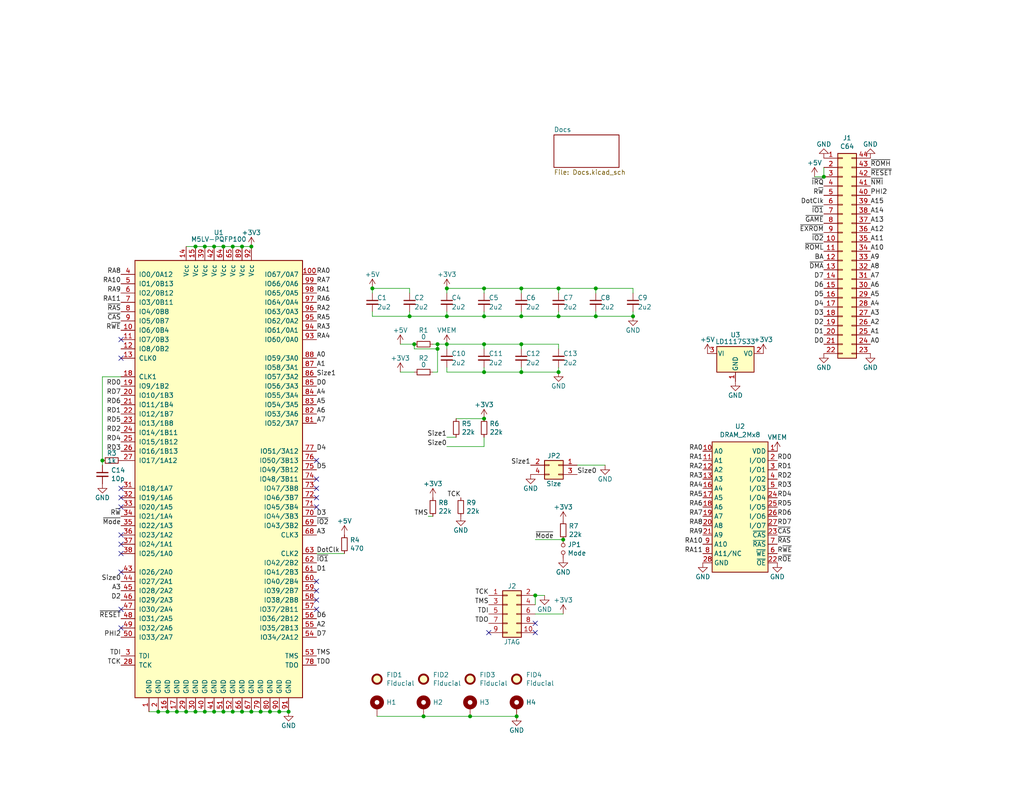
<source format=kicad_sch>
(kicad_sch (version 20211123) (generator eeschema)
  (paper "USLetter")
  (title_block (title "GW4301A") (date "2021-05-02") (rev "1.2") (company "Garrett's Workshop"))
  (lib_symbols
    (symbol "Connector_Generic:Conn_02x02_Odd_Even" (pin_names (offset 1.016) hide)
      (property "Reference" "J" (at 1.27 2.54 0))
      (property "Value" "Conn_02x02_Odd_Even" (at 1.27 -5.08 0))
      (symbol "Conn_02x02_Odd_Even_1_1"
        (rectangle (start -1.27 -2.413) (end 0 -2.667) (stroke (width 0.1524)))
        (rectangle (start -1.27 0.127) (end 0 -0.127) (stroke (width 0.1524)))
        (rectangle (start -1.27 1.27) (end 3.81 -3.81) (stroke (width 0.254)) (fill (type background)))
        (rectangle (start 3.81 -2.413) (end 2.54 -2.667) (stroke (width 0.1524)))
        (rectangle (start 3.81 0.127) (end 2.54 -0.127) (stroke (width 0.1524)))
        (pin passive line (at -5.08 0 0) (length 3.81) (name "Pin_1") (number "1"))
        (pin passive line (at 7.62 0 180) (length 3.81) (name "Pin_2") (number "2"))
        (pin passive line (at -5.08 -2.54 0) (length 3.81) (name "Pin_3") (number "3"))
        (pin passive line (at 7.62 -2.54 180) (length 3.81) (name "Pin_4") (number "4"))
      )
    )
    (symbol "Connector_Generic:Conn_02x05_Odd_Even" (pin_names (offset 1.016) hide)
      (property "Reference" "J" (at 1.27 7.62 0))
      (property "Value" "Conn_02x05_Odd_Even" (at 1.27 -7.62 0))
      (symbol "Conn_02x05_Odd_Even_1_1"
        (rectangle (start -1.27 -4.953) (end 0 -5.207) (stroke (width 0.1524)))
        (rectangle (start -1.27 -2.413) (end 0 -2.667) (stroke (width 0.1524)))
        (rectangle (start -1.27 0.127) (end 0 -0.127) (stroke (width 0.1524)))
        (rectangle (start -1.27 2.667) (end 0 2.413) (stroke (width 0.1524)))
        (rectangle (start -1.27 5.207) (end 0 4.953) (stroke (width 0.1524)))
        (rectangle (start -1.27 6.35) (end 3.81 -6.35) (stroke (width 0.254)) (fill (type background)))
        (rectangle (start 3.81 -4.953) (end 2.54 -5.207) (stroke (width 0.1524)))
        (rectangle (start 3.81 -2.413) (end 2.54 -2.667) (stroke (width 0.1524)))
        (rectangle (start 3.81 0.127) (end 2.54 -0.127) (stroke (width 0.1524)))
        (rectangle (start 3.81 2.667) (end 2.54 2.413) (stroke (width 0.1524)))
        (rectangle (start 3.81 5.207) (end 2.54 4.953) (stroke (width 0.1524)))
        (pin passive line (at -5.08 5.08 0) (length 3.81) (name "Pin_1") (number "1"))
        (pin passive line (at 7.62 -5.08 180) (length 3.81) (name "Pin_10") (number "10"))
        (pin passive line (at 7.62 5.08 180) (length 3.81) (name "Pin_2") (number "2"))
        (pin passive line (at -5.08 2.54 0) (length 3.81) (name "Pin_3") (number "3"))
        (pin passive line (at 7.62 2.54 180) (length 3.81) (name "Pin_4") (number "4"))
        (pin passive line (at -5.08 0 0) (length 3.81) (name "Pin_5") (number "5"))
        (pin passive line (at 7.62 0 180) (length 3.81) (name "Pin_6") (number "6"))
        (pin passive line (at -5.08 -2.54 0) (length 3.81) (name "Pin_7") (number "7"))
        (pin passive line (at 7.62 -2.54 180) (length 3.81) (name "Pin_8") (number "8"))
        (pin passive line (at -5.08 -5.08 0) (length 3.81) (name "Pin_9") (number "9"))
      )
    )
    (symbol "Connector_Generic:Conn_02x22_Counter_Clockwise" (pin_names (offset 1.016) hide)
      (property "Reference" "J" (at 1.27 27.94 0))
      (property "Value" "Conn_02x22_Counter_Clockwise" (at 1.27 -30.48 0))
      (symbol "Conn_02x22_Counter_Clockwise_1_1"
        (rectangle (start -1.27 -27.813) (end 0 -28.067) (stroke (width 0.1524)))
        (rectangle (start -1.27 -25.273) (end 0 -25.527) (stroke (width 0.1524)))
        (rectangle (start -1.27 -22.733) (end 0 -22.987) (stroke (width 0.1524)))
        (rectangle (start -1.27 -20.193) (end 0 -20.447) (stroke (width 0.1524)))
        (rectangle (start -1.27 -17.653) (end 0 -17.907) (stroke (width 0.1524)))
        (rectangle (start -1.27 -15.113) (end 0 -15.367) (stroke (width 0.1524)))
        (rectangle (start -1.27 -12.573) (end 0 -12.827) (stroke (width 0.1524)))
        (rectangle (start -1.27 -10.033) (end 0 -10.287) (stroke (width 0.1524)))
        (rectangle (start -1.27 -7.493) (end 0 -7.747) (stroke (width 0.1524)))
        (rectangle (start -1.27 -4.953) (end 0 -5.207) (stroke (width 0.1524)))
        (rectangle (start -1.27 -2.413) (end 0 -2.667) (stroke (width 0.1524)))
        (rectangle (start -1.27 0.127) (end 0 -0.127) (stroke (width 0.1524)))
        (rectangle (start -1.27 2.667) (end 0 2.413) (stroke (width 0.1524)))
        (rectangle (start -1.27 5.207) (end 0 4.953) (stroke (width 0.1524)))
        (rectangle (start -1.27 7.747) (end 0 7.493) (stroke (width 0.1524)))
        (rectangle (start -1.27 10.287) (end 0 10.033) (stroke (width 0.1524)))
        (rectangle (start -1.27 12.827) (end 0 12.573) (stroke (width 0.1524)))
        (rectangle (start -1.27 15.367) (end 0 15.113) (stroke (width 0.1524)))
        (rectangle (start -1.27 17.907) (end 0 17.653) (stroke (width 0.1524)))
        (rectangle (start -1.27 20.447) (end 0 20.193) (stroke (width 0.1524)))
        (rectangle (start -1.27 22.987) (end 0 22.733) (stroke (width 0.1524)))
        (rectangle (start -1.27 25.527) (end 0 25.273) (stroke (width 0.1524)))
        (rectangle (start -1.27 26.67) (end 3.81 -29.21) (stroke (width 0.254)) (fill (type background)))
        (rectangle (start 3.81 -27.813) (end 2.54 -28.067) (stroke (width 0.1524)))
        (rectangle (start 3.81 -25.273) (end 2.54 -25.527) (stroke (width 0.1524)))
        (rectangle (start 3.81 -22.733) (end 2.54 -22.987) (stroke (width 0.1524)))
        (rectangle (start 3.81 -20.193) (end 2.54 -20.447) (stroke (width 0.1524)))
        (rectangle (start 3.81 -17.653) (end 2.54 -17.907) (stroke (width 0.1524)))
        (rectangle (start 3.81 -15.113) (end 2.54 -15.367) (stroke (width 0.1524)))
        (rectangle (start 3.81 -12.573) (end 2.54 -12.827) (stroke (width 0.1524)))
        (rectangle (start 3.81 -10.033) (end 2.54 -10.287) (stroke (width 0.1524)))
        (rectangle (start 3.81 -7.493) (end 2.54 -7.747) (stroke (width 0.1524)))
        (rectangle (start 3.81 -4.953) (end 2.54 -5.207) (stroke (width 0.1524)))
        (rectangle (start 3.81 -2.413) (end 2.54 -2.667) (stroke (width 0.1524)))
        (rectangle (start 3.81 0.127) (end 2.54 -0.127) (stroke (width 0.1524)))
        (rectangle (start 3.81 2.667) (end 2.54 2.413) (stroke (width 0.1524)))
        (rectangle (start 3.81 5.207) (end 2.54 4.953) (stroke (width 0.1524)))
        (rectangle (start 3.81 7.747) (end 2.54 7.493) (stroke (width 0.1524)))
        (rectangle (start 3.81 10.287) (end 2.54 10.033) (stroke (width 0.1524)))
        (rectangle (start 3.81 12.827) (end 2.54 12.573) (stroke (width 0.1524)))
        (rectangle (start 3.81 15.367) (end 2.54 15.113) (stroke (width 0.1524)))
        (rectangle (start 3.81 17.907) (end 2.54 17.653) (stroke (width 0.1524)))
        (rectangle (start 3.81 20.447) (end 2.54 20.193) (stroke (width 0.1524)))
        (rectangle (start 3.81 22.987) (end 2.54 22.733) (stroke (width 0.1524)))
        (rectangle (start 3.81 25.527) (end 2.54 25.273) (stroke (width 0.1524)))
        (pin passive line (at -5.08 25.4 0) (length 3.81) (name "Pin_1") (number "1"))
        (pin passive line (at -5.08 2.54 0) (length 3.81) (name "Pin_10") (number "10"))
        (pin passive line (at -5.08 0 0) (length 3.81) (name "Pin_11") (number "11"))
        (pin passive line (at -5.08 -2.54 0) (length 3.81) (name "Pin_12") (number "12"))
        (pin passive line (at -5.08 -5.08 0) (length 3.81) (name "Pin_13") (number "13"))
        (pin passive line (at -5.08 -7.62 0) (length 3.81) (name "Pin_14") (number "14"))
        (pin passive line (at -5.08 -10.16 0) (length 3.81) (name "Pin_15") (number "15"))
        (pin passive line (at -5.08 -12.7 0) (length 3.81) (name "Pin_16") (number "16"))
        (pin passive line (at -5.08 -15.24 0) (length 3.81) (name "Pin_17") (number "17"))
        (pin passive line (at -5.08 -17.78 0) (length 3.81) (name "Pin_18") (number "18"))
        (pin passive line (at -5.08 -20.32 0) (length 3.81) (name "Pin_19") (number "19"))
        (pin passive line (at -5.08 22.86 0) (length 3.81) (name "Pin_2") (number "2"))
        (pin passive line (at -5.08 -22.86 0) (length 3.81) (name "Pin_20") (number "20"))
        (pin passive line (at -5.08 -25.4 0) (length 3.81) (name "Pin_21") (number "21"))
        (pin passive line (at -5.08 -27.94 0) (length 3.81) (name "Pin_22") (number "22"))
        (pin passive line (at 7.62 -27.94 180) (length 3.81) (name "Pin_23") (number "23"))
        (pin passive line (at 7.62 -25.4 180) (length 3.81) (name "Pin_24") (number "24"))
        (pin passive line (at 7.62 -22.86 180) (length 3.81) (name "Pin_25") (number "25"))
        (pin passive line (at 7.62 -20.32 180) (length 3.81) (name "Pin_26") (number "26"))
        (pin passive line (at 7.62 -17.78 180) (length 3.81) (name "Pin_27") (number "27"))
        (pin passive line (at 7.62 -15.24 180) (length 3.81) (name "Pin_28") (number "28"))
        (pin passive line (at 7.62 -12.7 180) (length 3.81) (name "Pin_29") (number "29"))
        (pin passive line (at -5.08 20.32 0) (length 3.81) (name "Pin_3") (number "3"))
        (pin passive line (at 7.62 -10.16 180) (length 3.81) (name "Pin_30") (number "30"))
        (pin passive line (at 7.62 -7.62 180) (length 3.81) (name "Pin_31") (number "31"))
        (pin passive line (at 7.62 -5.08 180) (length 3.81) (name "Pin_32") (number "32"))
        (pin passive line (at 7.62 -2.54 180) (length 3.81) (name "Pin_33") (number "33"))
        (pin passive line (at 7.62 0 180) (length 3.81) (name "Pin_34") (number "34"))
        (pin passive line (at 7.62 2.54 180) (length 3.81) (name "Pin_35") (number "35"))
        (pin passive line (at 7.62 5.08 180) (length 3.81) (name "Pin_36") (number "36"))
        (pin passive line (at 7.62 7.62 180) (length 3.81) (name "Pin_37") (number "37"))
        (pin passive line (at 7.62 10.16 180) (length 3.81) (name "Pin_38") (number "38"))
        (pin passive line (at 7.62 12.7 180) (length 3.81) (name "Pin_39") (number "39"))
        (pin passive line (at -5.08 17.78 0) (length 3.81) (name "Pin_4") (number "4"))
        (pin passive line (at 7.62 15.24 180) (length 3.81) (name "Pin_40") (number "40"))
        (pin passive line (at 7.62 17.78 180) (length 3.81) (name "Pin_41") (number "41"))
        (pin passive line (at 7.62 20.32 180) (length 3.81) (name "Pin_42") (number "42"))
        (pin passive line (at 7.62 22.86 180) (length 3.81) (name "Pin_43") (number "43"))
        (pin passive line (at 7.62 25.4 180) (length 3.81) (name "Pin_44") (number "44"))
        (pin passive line (at -5.08 15.24 0) (length 3.81) (name "Pin_5") (number "5"))
        (pin passive line (at -5.08 12.7 0) (length 3.81) (name "Pin_6") (number "6"))
        (pin passive line (at -5.08 10.16 0) (length 3.81) (name "Pin_7") (number "7"))
        (pin passive line (at -5.08 7.62 0) (length 3.81) (name "Pin_8") (number "8"))
        (pin passive line (at -5.08 5.08 0) (length 3.81) (name "Pin_9") (number "9"))
      )
    )
    (symbol "Device:C_Small" (pin_numbers hide) (pin_names (offset 0.254) hide)
      (property "Reference" "C" (at 0.254 1.778 0))
      (property "Value" "C_Small" (at 0.254 -2.032 0))
      (symbol "C_Small_0_1"
        (polyline (pts (xy -1.524 -0.508) (xy 1.524 -0.508)) (stroke (width 0.3302)))
        (polyline (pts (xy -1.524 0.508) (xy 1.524 0.508)) (stroke (width 0.3048)))
      )
      (symbol "C_Small_1_1"
        (pin passive line (at 0 2.54 270) (length 2.032) (name "~") (number "1"))
        (pin passive line (at 0 -2.54 90) (length 2.032) (name "~") (number "2"))
      )
    )
    (symbol "Device:Jumper_NO_Small" (pin_numbers hide) (pin_names (offset 0.762) hide)
      (property "Reference" "JP" (at 0 2.032 0))
      (property "Value" "Device_Jumper_NO_Small" (at 0.254 -1.524 0))
      (symbol "Jumper_NO_Small_0_1"
        (circle (center -1.016 0) (radius 0.508))
        (circle (center 1.016 0) (radius 0.508))
        (pin passive line (at -2.54 0 0) (length 1.016) (name "1") (number "1"))
        (pin passive line (at 2.54 0 180) (length 1.016) (name "2") (number "2"))
      )
    )
    (symbol "Device:R_Small" (pin_numbers hide) (pin_names (offset 0.254) hide)
      (property "Reference" "R" (at 0.762 0.508 0))
      (property "Value" "R_Small" (at 0.762 -1.016 0))
      (symbol "R_Small_0_1"
        (rectangle (start -0.762 1.778) (end 0.762 -1.778) (stroke (width 0.2032)))
      )
      (symbol "R_Small_1_1"
        (pin passive line (at 0 2.54 270) (length 0.762) (name "~") (number "1"))
        (pin passive line (at 0 -2.54 90) (length 0.762) (name "~") (number "2"))
      )
    )
    (symbol "GW_PLD:M5LV-PQFP-100" (pin_names (offset 1.016))
      (property "Reference" "U" (at 1.27 53.34 0))
      (property "Value" "M5LV-PQFP-100" (at 1.27 50.8 0))
      (symbol "M5LV-PQFP-100_0_1"
        (rectangle (start 22.86 -59.69) (end -22.86 59.69) (stroke (width 0.254)) (fill (type background)))
      )
      (symbol "M5LV-PQFP-100_1_1"
        (pin power_in line (at -19.05 -63.5 90) (length 3.81) (name "GND") (number "1"))
        (pin bidirectional line (at -26.67 40.64 0) (length 3.81) (name "IO6/0B4") (number "10"))
        (pin bidirectional line (at 26.67 55.88 180) (length 3.81) (name "IO67/0A7") (number "100"))
        (pin bidirectional line (at -26.67 38.1 0) (length 3.81) (name "IO7/0B3") (number "11"))
        (pin bidirectional line (at -26.67 35.56 0) (length 3.81) (name "IO8/0B2") (number "12"))
        (pin input line (at -26.67 33.02 0) (length 3.81) (name "CLK0") (number "13"))
        (pin power_in line (at -8.89 63.5 270) (length 3.81) (name "Vcc") (number "14"))
        (pin power_in line (at -6.35 63.5 270) (length 3.81) (name "Vcc") (number "15"))
        (pin power_in line (at -13.97 -63.5 90) (length 3.81) (name "GND") (number "16"))
        (pin power_in line (at -11.43 -63.5 90) (length 3.81) (name "GND") (number "17"))
        (pin input line (at -26.67 27.94 0) (length 3.81) (name "CLK1") (number "18"))
        (pin bidirectional line (at -26.67 25.4 0) (length 3.81) (name "IO9/1B2") (number "19"))
        (pin power_in line (at -16.51 -63.5 90) (length 3.81) (name "GND") (number "2"))
        (pin bidirectional line (at -26.67 22.86 0) (length 3.81) (name "IO10/1B3") (number "20"))
        (pin bidirectional line (at -26.67 20.32 0) (length 3.81) (name "IO11/1B4") (number "21"))
        (pin bidirectional line (at -26.67 17.78 0) (length 3.81) (name "IO12/1B7") (number "22"))
        (pin bidirectional line (at -26.67 15.24 0) (length 3.81) (name "IO13/1B8") (number "23"))
        (pin bidirectional line (at -26.67 12.7 0) (length 3.81) (name "IO14/1B11") (number "24"))
        (pin bidirectional line (at -26.67 10.16 0) (length 3.81) (name "IO15/1B12") (number "25"))
        (pin bidirectional line (at -26.67 7.62 0) (length 3.81) (name "IO16/1B13") (number "26"))
        (pin bidirectional line (at -26.67 5.08 0) (length 3.81) (name "IO17/1A12") (number "27"))
        (pin input line (at -26.67 -50.8 0) (length 3.81) (name "TCK") (number "28"))
        (pin power_in line (at -8.89 -63.5 90) (length 3.81) (name "GND") (number "29"))
        (pin input line (at -26.67 -48.26 0) (length 3.81) (name "TDI") (number "3"))
        (pin power_in line (at -6.35 -63.5 90) (length 3.81) (name "GND") (number "30"))
        (pin bidirectional line (at -26.67 -2.54 0) (length 3.81) (name "IO18/1A7") (number "31"))
        (pin bidirectional line (at -26.67 -5.08 0) (length 3.81) (name "IO19/1A6") (number "32"))
        (pin bidirectional line (at -26.67 -7.62 0) (length 3.81) (name "IO20/1A5") (number "33"))
        (pin bidirectional line (at -26.67 -10.16 0) (length 3.81) (name "IO21/1A4") (number "34"))
        (pin bidirectional line (at -26.67 -12.7 0) (length 3.81) (name "IO22/1A3") (number "35"))
        (pin bidirectional line (at -26.67 -15.24 0) (length 3.81) (name "IO23/1A2") (number "36"))
        (pin bidirectional line (at -26.67 -17.78 0) (length 3.81) (name "IO24/1A1") (number "37"))
        (pin bidirectional line (at -26.67 -20.32 0) (length 3.81) (name "IO25/1A0") (number "38"))
        (pin power_in line (at -3.81 63.5 270) (length 3.81) (name "Vcc") (number "39"))
        (pin bidirectional line (at -26.67 55.88 0) (length 3.81) (name "IO0/0A12") (number "4"))
        (pin power_in line (at -3.81 -63.5 90) (length 3.81) (name "GND") (number "40"))
        (pin power_in line (at -1.27 -63.5 90) (length 3.81) (name "GND") (number "41"))
        (pin power_in line (at -1.27 63.5 270) (length 3.81) (name "Vcc") (number "42"))
        (pin bidirectional line (at -26.67 -25.4 0) (length 3.81) (name "IO26/2A0") (number "43"))
        (pin bidirectional line (at -26.67 -27.94 0) (length 3.81) (name "IO27/2A1") (number "44"))
        (pin bidirectional line (at -26.67 -30.48 0) (length 3.81) (name "IO28/2A2") (number "45"))
        (pin bidirectional line (at -26.67 -33.02 0) (length 3.81) (name "IO29/2A3") (number "46"))
        (pin bidirectional line (at -26.67 -35.56 0) (length 3.81) (name "IO30/2A4") (number "47"))
        (pin bidirectional line (at -26.67 -38.1 0) (length 3.81) (name "IO31/2A5") (number "48"))
        (pin bidirectional line (at -26.67 -40.64 0) (length 3.81) (name "IO32/2A6") (number "49"))
        (pin bidirectional line (at -26.67 53.34 0) (length 3.81) (name "IO1/0B13") (number "5"))
        (pin bidirectional line (at -26.67 -43.18 0) (length 3.81) (name "IO33/2A7") (number "50"))
        (pin power_in line (at 1.27 -63.5 90) (length 3.81) (name "GND") (number "51"))
        (pin power_in line (at 3.81 -63.5 90) (length 3.81) (name "GND") (number "52"))
        (pin input line (at 26.67 -48.26 180) (length 3.81) (name "TMS") (number "53"))
        (pin bidirectional line (at 26.67 -43.18 180) (length 3.81) (name "IO34/2A12") (number "54"))
        (pin bidirectional line (at 26.67 -40.64 180) (length 3.81) (name "IO35/2B13") (number "55"))
        (pin bidirectional line (at 26.67 -38.1 180) (length 3.81) (name "IO36/2B12") (number "56"))
        (pin bidirectional line (at 26.67 -35.56 180) (length 3.81) (name "IO37/2B11") (number "57"))
        (pin bidirectional line (at 26.67 -33.02 180) (length 3.81) (name "IO38/2B8") (number "58"))
        (pin bidirectional line (at 26.67 -30.48 180) (length 3.81) (name "IO39/2B7") (number "59"))
        (pin bidirectional line (at -26.67 50.8 0) (length 3.81) (name "IO2/0B12") (number "6"))
        (pin bidirectional line (at 26.67 -27.94 180) (length 3.81) (name "IO40/2B4") (number "60"))
        (pin bidirectional line (at 26.67 -25.4 180) (length 3.81) (name "IO41/2B3") (number "61"))
        (pin bidirectional line (at 26.67 -22.86 180) (length 3.81) (name "IO42/2B2") (number "62"))
        (pin input line (at 26.67 -20.32 180) (length 3.81) (name "CLK2") (number "63"))
        (pin power_in line (at 1.27 63.5 270) (length 3.81) (name "Vcc") (number "64"))
        (pin power_in line (at 3.81 63.5 270) (length 3.81) (name "Vcc") (number "65"))
        (pin power_in line (at 6.35 -63.5 90) (length 3.81) (name "GND") (number "66"))
        (pin power_in line (at 8.89 -63.5 90) (length 3.81) (name "GND") (number "67"))
        (pin input line (at 26.67 -15.24 180) (length 3.81) (name "CLK3") (number "68"))
        (pin bidirectional line (at 26.67 -12.7 180) (length 3.81) (name "IO43/3B2") (number "69"))
        (pin bidirectional line (at -26.67 48.26 0) (length 3.81) (name "IO3/0B11") (number "7"))
        (pin bidirectional line (at 26.67 -10.16 180) (length 3.81) (name "IO44/3B3") (number "70"))
        (pin bidirectional line (at 26.67 -7.62 180) (length 3.81) (name "IO45/3B4") (number "71"))
        (pin bidirectional line (at 26.67 -5.08 180) (length 3.81) (name "IO46/3B7") (number "72"))
        (pin bidirectional line (at 26.67 -2.54 180) (length 3.81) (name "IO47/3B8") (number "73"))
        (pin bidirectional line (at 26.67 0 180) (length 3.81) (name "IO48/3B11") (number "74"))
        (pin bidirectional line (at 26.67 2.54 180) (length 3.81) (name "IO49/3B12") (number "75"))
        (pin bidirectional line (at 26.67 5.08 180) (length 3.81) (name "IO50/3B13") (number "76"))
        (pin bidirectional line (at 26.67 7.62 180) (length 3.81) (name "IO51/3A12") (number "77"))
        (pin input line (at 26.67 -50.8 180) (length 3.81) (name "TDO") (number "78"))
        (pin power_in line (at 11.43 -63.5 90) (length 3.81) (name "GND") (number "79"))
        (pin bidirectional line (at -26.67 45.72 0) (length 3.81) (name "IO4/0B8") (number "8"))
        (pin power_in line (at 13.97 -63.5 90) (length 3.81) (name "GND") (number "80"))
        (pin bidirectional line (at 26.67 15.24 180) (length 3.81) (name "IO52/3A7") (number "81"))
        (pin bidirectional line (at 26.67 17.78 180) (length 3.81) (name "IO53/3A6") (number "82"))
        (pin bidirectional line (at 26.67 20.32 180) (length 3.81) (name "IO54/3A5") (number "83"))
        (pin bidirectional line (at 26.67 22.86 180) (length 3.81) (name "IO55/3A4") (number "84"))
        (pin bidirectional line (at 26.67 25.4 180) (length 3.81) (name "IO56/3A3") (number "85"))
        (pin bidirectional line (at 26.67 27.94 180) (length 3.81) (name "IO57/3A2") (number "86"))
        (pin bidirectional line (at 26.67 30.48 180) (length 3.81) (name "IO58/3A1") (number "87"))
        (pin bidirectional line (at 26.67 33.02 180) (length 3.81) (name "IO59/3A0") (number "88"))
        (pin power_in line (at 6.35 63.5 270) (length 3.81) (name "Vcc") (number "89"))
        (pin bidirectional line (at -26.67 43.18 0) (length 3.81) (name "IO5/0B7") (number "9"))
        (pin power_in line (at 16.51 -63.5 90) (length 3.81) (name "GND") (number "90"))
        (pin power_in line (at 19.05 -63.5 90) (length 3.81) (name "GND") (number "91"))
        (pin power_in line (at 8.89 63.5 270) (length 3.81) (name "Vcc") (number "92"))
        (pin bidirectional line (at 26.67 38.1 180) (length 3.81) (name "IO60/0A0") (number "93"))
        (pin bidirectional line (at 26.67 40.64 180) (length 3.81) (name "IO61/0A1") (number "94"))
        (pin bidirectional line (at 26.67 43.18 180) (length 3.81) (name "IO62/0A2") (number "95"))
        (pin bidirectional line (at 26.67 45.72 180) (length 3.81) (name "IO63/0A3") (number "96"))
        (pin bidirectional line (at 26.67 48.26 180) (length 3.81) (name "IO64/0A4") (number "97"))
        (pin bidirectional line (at 26.67 50.8 180) (length 3.81) (name "IO65/0A5") (number "98"))
        (pin bidirectional line (at 26.67 53.34 180) (length 3.81) (name "IO66/0A6") (number "99"))
      )
    )
    (symbol "GW_RAM:DRAM-2Mx8-SOP-28"
      (property "Reference" "U" (at 0 19.05 0))
      (property "Value" "DRAM-2Mx8-SOP-28" (at 0 0 90))
      (symbol "DRAM-2Mx8-SOP-28_0_1"
        (rectangle (start -7.62 17.78) (end 7.62 -17.78) (stroke (width 0.254)) (fill (type background)))
      )
      (symbol "DRAM-2Mx8-SOP-28_1_1"
        (pin power_in line (at 10.16 15.24 180) (length 2.54) (name "VDD") (number "1"))
        (pin input line (at -10.16 15.24 0) (length 2.54) (name "A0") (number "10"))
        (pin input line (at -10.16 12.7 0) (length 2.54) (name "A1") (number "11"))
        (pin input line (at -10.16 10.16 0) (length 2.54) (name "A2") (number "12"))
        (pin input line (at -10.16 7.62 0) (length 2.54) (name "A3") (number "13"))
        (pin power_in line (at 10.16 15.24 180) (length 2.54) hide (name "VDD") (number "14"))
        (pin power_in line (at -10.16 -15.24 0) (length 2.54) hide (name "GND") (number "15"))
        (pin input line (at -10.16 5.08 0) (length 2.54) (name "A4") (number "16"))
        (pin input line (at -10.16 2.54 0) (length 2.54) (name "A5") (number "17"))
        (pin input line (at -10.16 0 0) (length 2.54) (name "A6") (number "18"))
        (pin input line (at -10.16 -2.54 0) (length 2.54) (name "A7") (number "19"))
        (pin bidirectional line (at 10.16 12.7 180) (length 2.54) (name "I/O0") (number "2"))
        (pin input line (at -10.16 -5.08 0) (length 2.54) (name "A8") (number "20"))
        (pin input line (at -10.16 -7.62 0) (length 2.54) (name "A9") (number "21"))
        (pin input line (at 10.16 -15.24 180) (length 2.54) (name "~{OE}") (number "22"))
        (pin input line (at 10.16 -7.62 180) (length 2.54) (name "~{CAS}") (number "23"))
        (pin bidirectional line (at 10.16 2.54 180) (length 2.54) (name "I/O4") (number "24"))
        (pin bidirectional line (at 10.16 0 180) (length 2.54) (name "I/O5") (number "25"))
        (pin bidirectional line (at 10.16 -2.54 180) (length 2.54) (name "I/O6") (number "26"))
        (pin bidirectional line (at 10.16 -5.08 180) (length 2.54) (name "I/O7") (number "27"))
        (pin power_in line (at -10.16 -15.24 0) (length 2.54) (name "GND") (number "28"))
        (pin bidirectional line (at 10.16 10.16 180) (length 2.54) (name "I/O1") (number "3"))
        (pin bidirectional line (at 10.16 7.62 180) (length 2.54) (name "I/O2") (number "4"))
        (pin bidirectional line (at 10.16 5.08 180) (length 2.54) (name "I/O3") (number "5"))
        (pin input line (at 10.16 -12.7 180) (length 2.54) (name "~{WE}") (number "6"))
        (pin input line (at 10.16 -10.16 180) (length 2.54) (name "~{RAS}") (number "7"))
        (pin input line (at -10.16 -12.7 0) (length 2.54) (name "A11/NC") (number "8"))
        (pin input line (at -10.16 -10.16 0) (length 2.54) (name "A10") (number "9"))
      )
    )
    (symbol "Mechanical:Fiducial"
      (property "Reference" "FID" (at 0 5.08 0))
      (property "Value" "Fiducial" (at 0 3.175 0))
      (symbol "Fiducial_0_1"
        (circle (center 0 0) (radius 1.27) (stroke (width 0.508)) (fill (type background)))
      )
    )
    (symbol "Mechanical:MountingHole_Pad" (pin_numbers hide) (pin_names (offset 1.016) hide)
      (property "Reference" "H" (at 0 6.35 0))
      (property "Value" "MountingHole_Pad" (at 0 4.445 0))
      (symbol "MountingHole_Pad_0_1"
        (circle (center 0 1.27) (radius 1.27) (stroke (width 1.27)))
      )
      (symbol "MountingHole_Pad_1_1"
        (pin input line (at 0 -2.54 90) (length 2.54) (name "1") (number "1"))
      )
    )
    (symbol "Regulator_Linear:LD1117S33TR_SOT223" (pin_names (offset 0.254))
      (property "Reference" "U" (at -3.81 3.175 0))
      (property "Value" "LD1117S33TR_SOT223" (at 0 3.175 0))
      (symbol "LD1117S33TR_SOT223_0_1"
        (rectangle (start -5.08 -5.08) (end 5.08 1.905) (stroke (width 0.254)) (fill (type background)))
      )
      (symbol "LD1117S33TR_SOT223_1_1"
        (pin power_in line (at 0 -7.62 90) (length 2.54) (name "GND") (number "1"))
        (pin power_out line (at 7.62 0 180) (length 2.54) (name "VO") (number "2"))
        (pin power_in line (at -7.62 0 0) (length 2.54) (name "VI") (number "3"))
      )
    )
    (symbol "power:+3V3" (power) (pin_names (offset 0))
      (property "Value" "+3V3" (at 0 3.556 0))
      (symbol "+3V3_0_1"
        (polyline (pts (xy -0.762 1.27) (xy 0 2.54)))
        (polyline (pts (xy 0 0) (xy 0 2.54)))
        (polyline (pts (xy 0 2.54) (xy 0.762 1.27)))
      )
      (symbol "+3V3_1_1"
        (pin power_in line (at 0 0 90) (length 0) hide (name "+3V3") (number "1"))
      )
    )
    (symbol "power:+5V" (power) (pin_names (offset 0))
      (property "Value" "+5V" (at 0 3.556 0))
      (symbol "+5V_0_1"
        (polyline (pts (xy -0.762 1.27) (xy 0 2.54)))
        (polyline (pts (xy 0 0) (xy 0 2.54)))
        (polyline (pts (xy 0 2.54) (xy 0.762 1.27)))
      )
      (symbol "+5V_1_1"
        (pin power_in line (at 0 0 90) (length 0) hide (name "+5V") (number "1"))
      )
    )
    (symbol "power:GND" (power) (pin_names (offset 0))
      (property "Value" "GND" (at 0 -3.81 0))
      (symbol "GND_0_1"
        (polyline (pts (xy 0 0) (xy 0 -1.27) (xy 1.27 -1.27) (xy 0 -2.54) (xy -1.27 -1.27) (xy 0 -1.27)))
      )
      (symbol "GND_1_1"
        (pin power_in line (at 0 0 270) (length 0) hide (name "GND") (number "1"))
      )
    )
    (symbol "power:VMEM" (power) (pin_names (offset 0))
      (property "Value" "VMEM" (at 0 3.81 0))
      (symbol "VMEM_0_1"
        (polyline (pts (xy -0.762 1.27) (xy 0 2.54)))
        (polyline (pts (xy 0 0) (xy 0 2.54)))
        (polyline (pts (xy 0 2.54) (xy 0.762 1.27)))
      )
      (symbol "VMEM_1_1"
        (pin power_in line (at 0 0 90) (length 0) hide (name "VMEM") (number "1"))
      )
    )
  )
  (junction (at 76.2 194.31))
  (junction (at 63.5 194.31))
  (junction (at 121.92 78.74))
  (junction (at 58.42 194.31))
  (junction (at 224.79 48.26))
  (junction (at 142.24 101.6))
  (junction (at 146.05 162.56))
  (junction (at 113.03 93.98))
  (junction (at 153.67 147.32))
  (junction (at 63.5 67.31))
  (junction (at 119.38 93.98))
  (junction (at 162.56 78.74))
  (junction (at 172.72 86.36))
  (junction (at 142.24 93.98))
  (junction (at 78.74 194.31))
  (junction (at 43.18 194.31))
  (junction (at 132.08 93.98))
  (junction (at 132.08 86.36))
  (junction (at 132.08 114.3))
  (junction (at 115.57 195.58))
  (junction (at 128.27 195.58))
  (junction (at 53.34 67.31))
  (junction (at 73.66 194.31))
  (junction (at 60.96 194.31))
  (junction (at 68.58 67.31))
  (junction (at 68.58 194.31))
  (junction (at 66.04 67.31))
  (junction (at 152.4 101.6))
  (junction (at 27.94 125.73))
  (junction (at 48.26 194.31))
  (junction (at 45.72 194.31))
  (junction (at 119.38 95.25))
  (junction (at 121.92 93.98))
  (junction (at 152.4 78.74))
  (junction (at 162.56 86.36))
  (junction (at 50.8 194.31))
  (junction (at 101.6 78.74))
  (junction (at 142.24 78.74))
  (junction (at 121.92 86.36))
  (junction (at 53.34 194.31))
  (junction (at 132.08 78.74))
  (junction (at 71.12 194.31))
  (junction (at 55.88 194.31))
  (junction (at 132.08 101.6))
  (junction (at 142.24 86.36))
  (junction (at 55.88 67.31))
  (junction (at 66.04 194.31))
  (junction (at 60.96 67.31))
  (junction (at 58.42 67.31))
  (junction (at 111.76 86.36))
  (junction (at 140.97 195.58))
  (junction (at 152.4 86.36))
  (no_connect (at 86.36 163.83))
  (no_connect (at 86.36 133.35))
  (no_connect (at 33.02 171.45))
  (no_connect (at 33.02 166.37))
  (no_connect (at 86.36 125.73))
  (no_connect (at 33.02 97.79))
  (no_connect (at 33.02 135.89))
  (no_connect (at 33.02 133.35))
  (no_connect (at 86.36 138.43))
  (no_connect (at 146.05 172.72))
  (no_connect (at 33.02 148.59))
  (no_connect (at 86.36 166.37))
  (no_connect (at 33.02 146.05))
  (no_connect (at 86.36 130.81))
  (no_connect (at 133.35 172.72))
  (no_connect (at 33.02 92.71))
  (no_connect (at 86.36 135.89))
  (no_connect (at 33.02 156.21))
  (no_connect (at 146.05 170.18))
  (no_connect (at 33.02 151.13))
  (no_connect (at 86.36 158.75))
  (no_connect (at 33.02 138.43))
  (no_connect (at 86.36 161.29))
  (wire (pts (xy 132.08 114.3) (xy 124.46 114.3)))
  (wire (pts (xy 111.76 78.74) (xy 101.6 78.74)))
  (wire (pts (xy 60.96 194.31) (xy 58.42 194.31)))
  (wire (pts (xy 152.4 78.74) (xy 152.4 80.01)))
  (wire (pts (xy 121.92 93.98) (xy 121.92 95.25)))
  (wire (pts (xy 132.08 78.74) (xy 142.24 78.74)))
  (wire (pts (xy 55.88 67.31) (xy 53.34 67.31)))
  (wire (pts (xy 76.2 194.31) (xy 73.66 194.31)))
  (wire (pts (xy 43.18 194.31) (xy 40.64 194.31)))
  (wire (pts (xy 121.92 78.74) (xy 132.08 78.74)))
  (wire (pts (xy 53.34 194.31) (xy 50.8 194.31)))
  (wire (pts (xy 146.05 147.32) (xy 153.67 147.32)))
  (wire (pts (xy 119.38 93.98) (xy 118.11 93.98)))
  (wire (pts (xy 115.57 195.58) (xy 102.87 195.58)))
  (wire (pts (xy 132.08 85.09) (xy 132.08 86.36)))
  (wire (pts (xy 121.92 86.36) (xy 111.76 86.36)))
  (wire (pts (xy 101.6 85.09) (xy 101.6 86.36)))
  (wire (pts (xy 142.24 78.74) (xy 152.4 78.74)))
  (wire (pts (xy 142.24 80.01) (xy 142.24 78.74)))
  (wire (pts (xy 132.08 121.92) (xy 132.08 119.38)))
  (wire (pts (xy 172.72 78.74) (xy 172.72 80.01)))
  (wire (pts (xy 27.94 125.73) (xy 27.94 127)))
  (wire (pts (xy 162.56 86.36) (xy 172.72 86.36)))
  (wire (pts (xy 162.56 80.01) (xy 162.56 78.74)))
  (wire (pts (xy 142.24 86.36) (xy 132.08 86.36)))
  (wire (pts (xy 116.84 140.97) (xy 118.11 140.97)))
  (wire (pts (xy 224.79 48.26) (xy 224.79 45.72)))
  (wire (pts (xy 152.4 78.74) (xy 162.56 78.74)))
  (wire (pts (xy 142.24 100.33) (xy 142.24 101.6)))
  (wire (pts (xy 73.66 194.31) (xy 71.12 194.31)))
  (wire (pts (xy 63.5 194.31) (xy 60.96 194.31)))
  (wire (pts (xy 132.08 93.98) (xy 142.24 93.98)))
  (wire (pts (xy 148.59 162.56) (xy 146.05 162.56)))
  (wire (pts (xy 132.08 93.98) (xy 132.08 95.25)))
  (wire (pts (xy 109.22 101.6) (xy 113.03 101.6)))
  (wire (pts (xy 101.6 78.74) (xy 101.6 80.01)))
  (wire (pts (xy 121.92 100.33) (xy 121.92 101.6)))
  (wire (pts (xy 58.42 194.31) (xy 55.88 194.31)))
  (wire (pts (xy 121.92 85.09) (xy 121.92 86.36)))
  (wire (pts (xy 45.72 194.31) (xy 43.18 194.31)))
  (wire (pts (xy 121.92 86.36) (xy 132.08 86.36)))
  (wire (pts (xy 27.94 102.87) (xy 33.02 102.87)))
  (wire (pts (xy 142.24 93.98) (xy 142.24 95.25)))
  (wire (pts (xy 86.36 151.13) (xy 93.98 151.13)))
  (wire (pts (xy 58.42 67.31) (xy 55.88 67.31)))
  (wire (pts (xy 142.24 93.98) (xy 152.4 93.98)))
  (wire (pts (xy 109.22 93.98) (xy 113.03 93.98)))
  (wire (pts (xy 152.4 93.98) (xy 152.4 95.25)))
  (wire (pts (xy 68.58 194.31) (xy 66.04 194.31)))
  (wire (pts (xy 142.24 86.36) (xy 142.24 85.09)))
  (wire (pts (xy 132.08 101.6) (xy 142.24 101.6)))
  (wire (pts (xy 55.88 194.31) (xy 53.34 194.31)))
  (wire (pts (xy 113.03 93.98) (xy 113.03 95.25)))
  (wire (pts (xy 140.97 195.58) (xy 128.27 195.58)))
  (wire (pts (xy 121.92 101.6) (xy 132.08 101.6)))
  (wire (pts (xy 132.08 78.74) (xy 132.08 80.01)))
  (wire (pts (xy 53.34 67.31) (xy 50.8 67.31)))
  (wire (pts (xy 152.4 101.6) (xy 152.4 100.33)))
  (wire (pts (xy 66.04 67.31) (xy 63.5 67.31)))
  (wire (pts (xy 222.25 48.26) (xy 224.79 48.26)))
  (wire (pts (xy 146.05 162.56) (xy 146.05 165.1)))
  (wire (pts (xy 142.24 101.6) (xy 152.4 101.6)))
  (wire (pts (xy 162.56 86.36) (xy 162.56 85.09)))
  (wire (pts (xy 119.38 101.6) (xy 118.11 101.6)))
  (wire (pts (xy 27.94 102.87) (xy 27.94 125.73)))
  (wire (pts (xy 111.76 78.74) (xy 111.76 80.01)))
  (wire (pts (xy 162.56 78.74) (xy 172.72 78.74)))
  (wire (pts (xy 50.8 194.31) (xy 48.26 194.31)))
  (wire (pts (xy 165.1 127) (xy 157.48 127)))
  (wire (pts (xy 128.27 195.58) (xy 115.57 195.58)))
  (wire (pts (xy 101.6 86.36) (xy 111.76 86.36)))
  (wire (pts (xy 121.92 119.38) (xy 124.46 119.38)))
  (wire (pts (xy 119.38 93.98) (xy 119.38 95.25)))
  (wire (pts (xy 113.03 95.25) (xy 119.38 95.25)))
  (wire (pts (xy 152.4 85.09) (xy 152.4 86.36)))
  (wire (pts (xy 78.74 194.31) (xy 76.2 194.31)))
  (wire (pts (xy 172.72 85.09) (xy 172.72 86.36)))
  (wire (pts (xy 63.5 67.31) (xy 60.96 67.31)))
  (wire (pts (xy 66.04 194.31) (xy 63.5 194.31)))
  (wire (pts (xy 121.92 121.92) (xy 132.08 121.92)))
  (wire (pts (xy 119.38 95.25) (xy 119.38 101.6)))
  (wire (pts (xy 71.12 194.31) (xy 68.58 194.31)))
  (wire (pts (xy 152.4 86.36) (xy 162.56 86.36)))
  (wire (pts (xy 111.76 85.09) (xy 111.76 86.36)))
  (wire (pts (xy 60.96 67.31) (xy 58.42 67.31)))
  (wire (pts (xy 153.67 167.64) (xy 146.05 167.64)))
  (wire (pts (xy 142.24 86.36) (xy 152.4 86.36)))
  (wire (pts (xy 68.58 67.31) (xy 66.04 67.31)))
  (wire (pts (xy 48.26 194.31) (xy 45.72 194.31)))
  (wire (pts (xy 132.08 93.98) (xy 121.92 93.98)))
  (wire (pts (xy 132.08 100.33) (xy 132.08 101.6)))
  (wire (pts (xy 121.92 93.98) (xy 119.38 93.98)))
  (wire (pts (xy 121.92 78.74) (xy 121.92 80.01)))
  (label "RD0" (at 212.09 125.73 0))
  (label "~{ROMH}" (at 237.49 45.72 0))
  (label "RD7" (at 33.02 107.95 180))
  (label "RD7" (at 212.09 143.51 0))
  (label "D5" (at 224.79 81.28 180))
  (label "RA5" (at 86.36 87.63 0))
  (label "~{IRQ}" (at 224.79 50.8 180))
  (label "A14" (at 237.49 58.42 0))
  (label "TMS" (at 116.84 140.97 180))
  (label "~{ROML}" (at 224.79 68.58 180))
  (label "TCK" (at 125.73 135.89 180))
  (label "R~{OE}" (at 212.09 153.67 0))
  (label "~{IO2}" (at 224.79 66.04 180))
  (label "A0" (at 86.36 97.79 0))
  (label "A13" (at 237.49 60.96 0))
  (label "~{CAS}" (at 33.02 87.63 180))
  (label "D1" (at 224.79 91.44 180))
  (label "TCK" (at 33.02 181.61 180))
  (label "RA2" (at 191.77 128.27 180))
  (label "RD1" (at 33.02 113.03 180))
  (label "A7" (at 237.49 76.2 0))
  (label "D7" (at 86.36 173.99 0))
  (label "RA4" (at 86.36 92.71 0))
  (label "RD3" (at 212.09 133.35 0))
  (label "TDO" (at 133.35 170.18 180))
  (label "TDO" (at 86.36 181.61 0))
  (label "BA" (at 224.79 71.12 180))
  (label "D1" (at 86.36 156.21 0))
  (label "A5" (at 86.36 110.49 0))
  (label "~{RESET}" (at 33.02 168.91 180))
  (label "R~{W}" (at 33.02 140.97 180))
  (label "RD2" (at 212.09 130.81 0))
  (label "RA6" (at 86.36 82.55 0))
  (label "~{CAS}" (at 212.09 146.05 0))
  (label "~{IO1}" (at 86.36 153.67 0))
  (label "RD6" (at 33.02 110.49 180))
  (label "RD5" (at 33.02 115.57 180))
  (label "D3" (at 224.79 86.36 180))
  (label "A12" (at 237.49 63.5 0))
  (label "RA11" (at 191.77 151.13 180))
  (label "RA3" (at 191.77 130.81 180))
  (label "RA0" (at 191.77 123.19 180))
  (label "RA6" (at 191.77 138.43 180))
  (label "RA8" (at 191.77 143.51 180))
  (label "D6" (at 86.36 168.91 0))
  (label "RD3" (at 33.02 123.19 180))
  (label "RA0" (at 86.36 74.93 0))
  (label "RA2" (at 86.36 85.09 0))
  (label "~{IO2}" (at 86.36 143.51 0))
  (label "RA10" (at 191.77 148.59 180))
  (label "Size0" (at 33.02 158.75 180))
  (label "D4" (at 224.79 83.82 180))
  (label "RA7" (at 86.36 77.47 0))
  (label "D0" (at 224.79 93.98 180))
  (label "R~{WE}" (at 33.02 90.17 180))
  (label "A4" (at 86.36 107.95 0))
  (label "A9" (at 237.49 71.12 0))
  (label "TMS" (at 86.36 179.07 0))
  (label "RD2" (at 33.02 118.11 180))
  (label "A2" (at 86.36 171.45 0))
  (label "~{Mode}" (at 33.02 143.51 180))
  (label "Size1" (at 121.92 119.38 180))
  (label "~{GAME}" (at 224.79 60.96 180))
  (label "RA9" (at 33.02 80.01 180))
  (label "~{Mode}" (at 146.05 147.32 0))
  (label "~{NMI}" (at 237.49 50.8 0))
  (label "RD0" (at 33.02 105.41 180))
  (label "D0" (at 86.36 105.41 0))
  (label "~{RAS}" (at 212.09 148.59 0))
  (label "A2" (at 237.49 88.9 0))
  (label "A4" (at 237.49 83.82 0))
  (label "RA10" (at 33.02 77.47 180))
  (label "~{RAS}" (at 33.02 85.09 180))
  (label "~{DMA}" (at 224.79 73.66 180))
  (label "Size0" (at 157.48 129.54 0))
  (label "TDI" (at 133.35 167.64 180))
  (label "A1" (at 86.36 100.33 0))
  (label "R~{WE}" (at 212.09 151.13 0))
  (label "RA7" (at 191.77 140.97 180))
  (label "D3" (at 86.36 140.97 0))
  (label "RA11" (at 33.02 82.55 180))
  (label "D5" (at 86.36 128.27 0))
  (label "R~{W}" (at 224.79 53.34 180))
  (label "A3" (at 86.36 146.05 0))
  (label "A8" (at 237.49 73.66 0))
  (label "TCK" (at 133.35 162.56 180))
  (label "RA4" (at 191.77 133.35 180))
  (label "RA3" (at 86.36 90.17 0))
  (label "A7" (at 86.36 115.57 0))
  (label "A1" (at 237.49 91.44 0))
  (label "A3" (at 33.02 161.29 180))
  (label "RD6" (at 212.09 140.97 0))
  (label "Size0" (at 121.92 121.92 180))
  (label "A11" (at 237.49 66.04 0))
  (label "RD4" (at 33.02 120.65 180))
  (label "Size1" (at 144.78 127 180))
  (label "D4" (at 86.36 123.19 0))
  (label "RD4" (at 212.09 135.89 0))
  (label "RD5" (at 212.09 138.43 0))
  (label "Size1" (at 86.36 102.87 0))
  (label "A10" (at 237.49 68.58 0))
  (label "RA1" (at 191.77 125.73 180))
  (label "A6" (at 86.36 113.03 0))
  (label "A5" (at 237.49 81.28 0))
  (label "A15" (at 237.49 55.88 0))
  (label "RA9" (at 191.77 146.05 180))
  (label "TMS" (at 133.35 165.1 180))
  (label "RD1" (at 212.09 128.27 0))
  (label "D2" (at 33.02 163.83 180))
  (label "~{RESET}" (at 237.49 48.26 0))
  (label "A3" (at 237.49 86.36 0))
  (label "RA5" (at 191.77 135.89 180))
  (label "DotClk" (at 224.79 55.88 180))
  (label "~{IO1}" (at 224.79 58.42 180))
  (label "D2" (at 224.79 88.9 180))
  (label "~{EXROM}" (at 224.79 63.5 180))
  (label "PHI2" (at 237.49 53.34 0))
  (label "D7" (at 224.79 76.2 180))
  (label "TDI" (at 33.02 179.07 180))
  (label "PHI2" (at 33.02 173.99 180))
  (label "RA8" (at 33.02 74.93 180))
  (label "D6" (at 224.79 78.74 180))
  (label "DotClk" (at 86.36 151.13 0))
  (label "A0" (at 237.49 93.98 0))
  (label "RA1" (at 86.36 80.01 0))
  (label "A6" (at 237.49 78.74 0))
  (symbol (lib_id "Regulator_Linear:LD1117S33TR_SOT223") (at 200.66 96.52 0) (unit 1)
    (property "Reference" "U3" (at 200.66 91.44 0))
    (property "Value" "LD1117S33" (at 200.66 93.98 0) (effects (justify bottom)))
    (property "Footprint" "stdpads:SOT-223" (effects hide))
    (property "Datasheet" "http://www.st.com/st-web-ui/static/active/en/resource/technical/document/datasheet/CD00000544.pdf" (effects hide))
  )
  (symbol (lib_id "Mechanical:Fiducial") (at 102.87 185.42 0) (unit 1)
    (property "Reference" "FID1" (at 105.41 184.2516 0) (effects (justify left)))
    (property "Value" "Fiducial" (at 105.41 186.563 0) (effects (justify left)))
    (property "Footprint" "stdpads:Fiducial" (effects hide))
  )
  (symbol (lib_id "Mechanical:MountingHole_Pad") (at 102.87 193.04 0) (unit 1)
    (property "Reference" "H1" (at 105.41 191.7446 0) (effects (justify left)))
    (property "Value" " " (at 105.41 194.056 0) (effects (justify left)))
    (property "Footprint" "stdpads:PasteHole_1.1mm_PTH" (effects hide))
  )
  (symbol (lib_id "Mechanical:MountingHole_Pad") (at 128.27 193.04 0) (unit 1)
    (property "Reference" "H3" (at 130.81 191.7446 0) (effects (justify left)))
    (property "Value" " " (at 130.81 194.056 0) (effects (justify left)))
    (property "Footprint" "stdpads:PasteHole_1.1mm_PTH" (effects hide))
  )
  (symbol (lib_id "Mechanical:MountingHole_Pad") (at 115.57 193.04 0) (mirror y) (unit 1)
    (property "Reference" "H2" (at 118.11 191.7446 0) (effects (justify right)))
    (property "Value" " " (at 118.11 194.056 0) (effects (justify right)))
    (property "Footprint" "stdpads:PasteHole_1.1mm_PTH" (effects hide))
  )
  (symbol (lib_id "Mechanical:MountingHole_Pad") (at 140.97 193.04 0) (mirror y) (unit 1)
    (property "Reference" "H4" (at 143.51 191.7446 0) (effects (justify right)))
    (property "Value" " " (at 143.51 194.056 0) (effects (justify right)))
    (property "Footprint" "stdpads:PasteHole_1.1mm_PTH" (effects hide))
  )
  (symbol (lib_id "power:GND") (at 140.97 195.58 0) (unit 1)
    (property "Reference" "#PWR0132" (effects hide))
    (property "Value" "GND" (at 140.97 199.39 0))
  )
  (symbol (lib_id "power:+5V") (at 193.04 96.52 0) (mirror y) (unit 1)
    (property "Reference" "#PWR0135" (effects hide))
    (property "Value" "+5V" (at 193.04 92.71 0))
  )
  (symbol (lib_id "power:GND") (at 200.66 104.14 0) (mirror y) (unit 1)
    (property "Reference" "#PWR0136" (effects hide))
    (property "Value" "GND" (at 200.66 107.95 0))
  )
  (symbol (lib_id "Mechanical:Fiducial") (at 115.57 185.42 0) (unit 1)
    (property "Reference" "FID2" (at 118.11 184.2516 0) (effects (justify left)))
    (property "Value" "Fiducial" (at 118.11 186.563 0) (effects (justify left)))
    (property "Footprint" "stdpads:Fiducial" (effects hide))
  )
  (symbol (lib_id "Mechanical:Fiducial") (at 128.27 185.42 0) (unit 1)
    (property "Reference" "FID3" (at 130.81 184.2516 0) (effects (justify left)))
    (property "Value" "Fiducial" (at 130.81 186.563 0) (effects (justify left)))
    (property "Footprint" "stdpads:Fiducial" (effects hide))
  )
  (symbol (lib_id "Mechanical:Fiducial") (at 140.97 185.42 0) (unit 1)
    (property "Reference" "FID4" (at 143.51 184.2516 0) (effects (justify left)))
    (property "Value" "Fiducial" (at 143.51 186.563 0) (effects (justify left)))
    (property "Footprint" "stdpads:Fiducial" (effects hide))
  )
  (symbol (lib_id "power:+3V3") (at 208.28 96.52 0) (unit 1)
    (property "Reference" "#PWR0112" (effects hide))
    (property "Value" "+3V3" (at 208.28 92.71 0))
  )
  (symbol (lib_id "GW_RAM:DRAM-2Mx8-SOP-28") (at 201.93 138.43 0) (unit 1)
    (property "Reference" "U2" (at 201.93 116.4082 0))
    (property "Value" "DRAM_2Mx8" (at 201.93 118.7196 0))
    (property "Footprint" "stdpads:SOJ-28-300mil" (effects hide))
    (property "Datasheet" "https://www.alliancememory.com/wp-content/uploads/pdf/AS6C8008.pdf" (effects hide))
  )
  (symbol (lib_id "power:GND") (at 191.77 153.67 0) (unit 1)
    (property "Reference" "#PWR0102" (effects hide))
    (property "Value" "GND" (at 191.77 157.48 0))
  )
  (symbol (lib_id "power:VMEM") (at 212.09 123.19 0) (unit 1)
    (property "Reference" "#PWR0106" (effects hide))
    (property "Value" "VMEM" (at 212.09 119.38 0))
  )
  (symbol (lib_id "power:GND") (at 212.09 153.67 0) (unit 1)
    (property "Reference" "#PWR0117" (effects hide))
    (property "Value" "GND" (at 212.09 157.48 0))
  )
  (symbol (lib_id "Connector_Generic:Conn_02x22_Counter_Clockwise") (at 229.87 68.58 0) (unit 1)
    (property "Reference" "J1" (at 231.14 37.6682 0))
    (property "Value" "C64" (at 231.14 39.9796 0))
    (property "Footprint" "stdpads:AppleIIgsMemoryExpansion_Edge" (effects hide))
  )
  (symbol (lib_id "power:GND") (at 224.79 43.18 180) (unit 1)
    (property "Reference" "#PWR0121" (effects hide))
    (property "Value" "GND" (at 224.79 39.37 0))
  )
  (symbol (lib_id "power:+5V") (at 222.25 48.26 0) (unit 1)
    (property "Reference" "#PWR0122" (effects hide))
    (property "Value" "+5V" (at 222.25 44.45 0))
  )
  (symbol (lib_id "power:GND") (at 224.79 96.52 0) (unit 1)
    (property "Reference" "#PWR0123" (effects hide))
    (property "Value" "GND" (at 224.79 100.33 0))
  )
  (symbol (lib_id "power:GND") (at 237.49 96.52 0) (unit 1)
    (property "Reference" "#PWR0124" (effects hide))
    (property "Value" "GND" (at 237.49 100.33 0))
  )
  (symbol (lib_id "power:GND") (at 237.49 43.18 180) (unit 1)
    (property "Reference" "#PWR0125" (effects hide))
    (property "Value" "GND" (at 237.49 39.37 0))
  )
  (symbol (lib_id "Device:C_Small") (at 142.24 97.79 0) (unit 1)
    (property "Reference" "C12" (at 143.51 96.52 0) (effects (justify left)))
    (property "Value" "2u2" (at 143.51 99.06 0) (effects (justify left)))
    (property "Footprint" "stdpads:C_0805" (effects hide))
  )
  (symbol (lib_id "Device:C_Small") (at 152.4 97.79 0) (unit 1)
    (property "Reference" "C13" (at 153.67 96.52 0) (effects (justify left)))
    (property "Value" "2u2" (at 153.67 99.06 0) (effects (justify left)))
    (property "Footprint" "stdpads:C_0805" (effects hide))
  )
  (symbol (lib_id "power:VMEM") (at 121.92 93.98 0) (unit 1)
    (property "Reference" "#PWR0101" (effects hide))
    (property "Value" "VMEM" (at 121.92 90.17 0))
  )
  (symbol (lib_id "power:GND") (at 144.78 129.54 0) (unit 1)
    (property "Reference" "#PWR0103" (effects hide))
    (property "Value" "GND" (at 144.78 133.35 0))
  )
  (symbol (lib_id "power:+5V") (at 101.6 78.74 0) (mirror y) (unit 1)
    (property "Reference" "#PWR0104" (effects hide))
    (property "Value" "+5V" (at 101.6 74.93 0))
  )
  (symbol (lib_id "power:+3V3") (at 121.92 78.74 0) (unit 1)
    (property "Reference" "#PWR0105" (effects hide))
    (property "Value" "+3V3" (at 121.92 74.93 0))
  )
  (symbol (lib_id "power:GND") (at 172.72 86.36 0) (mirror y) (unit 1)
    (property "Reference" "#PWR0107" (effects hide))
    (property "Value" "GND" (at 172.72 90.17 0))
  )
  (symbol (lib_id "power:+5V") (at 109.22 93.98 0) (mirror y) (unit 1)
    (property "Reference" "#PWR0108" (effects hide))
    (property "Value" "+5V" (at 109.22 90.17 0))
  )
  (symbol (lib_id "Device:R_Small") (at 115.57 93.98 270) (unit 1)
    (property "Reference" "R1" (at 115.57 90.17 90))
    (property "Value" "0" (at 115.57 92.71 90) (effects (justify bottom)))
    (property "Footprint" "stdpads:R_0805" (effects hide))
  )
  (symbol (lib_id "Device:R_Small") (at 115.57 101.6 270) (unit 1)
    (property "Reference" "R2" (at 115.57 97.79 90))
    (property "Value" "0" (at 115.57 100.33 90) (effects (justify bottom)))
    (property "Footprint" "stdpads:R_0805" (effects hide))
  )
  (symbol (lib_id "Device:C_Small") (at 101.6 82.55 0) (unit 1)
    (property "Reference" "C1" (at 102.87 81.28 0) (effects (justify left)))
    (property "Value" "2u2" (at 102.87 83.82 0) (effects (justify left)))
    (property "Footprint" "stdpads:C_0805" (effects hide))
  )
  (symbol (lib_id "Device:C_Small") (at 111.76 82.55 0) (unit 1)
    (property "Reference" "C2" (at 113.03 81.28 0) (effects (justify left)))
    (property "Value" "2u2" (at 113.03 83.82 0) (effects (justify left)))
    (property "Footprint" "stdpads:C_0805" (effects hide))
  )
  (symbol (lib_id "Device:C_Small") (at 132.08 82.55 0) (unit 1)
    (property "Reference" "C5" (at 133.35 81.28 0) (effects (justify left)))
    (property "Value" "2u2" (at 133.35 83.82 0) (effects (justify left)))
    (property "Footprint" "stdpads:C_0805" (effects hide))
  )
  (symbol (lib_id "Device:C_Small") (at 121.92 82.55 0) (unit 1)
    (property "Reference" "C4" (at 123.19 81.28 0) (effects (justify left)))
    (property "Value" "2u2" (at 123.19 83.82 0) (effects (justify left)))
    (property "Footprint" "stdpads:C_0805" (effects hide))
  )
  (symbol (lib_id "Device:C_Small") (at 142.24 82.55 0) (unit 1)
    (property "Reference" "C6" (at 143.51 81.28 0) (effects (justify left)))
    (property "Value" "2u2" (at 143.51 83.82 0) (effects (justify left)))
    (property "Footprint" "stdpads:C_0805" (effects hide))
  )
  (symbol (lib_id "Device:C_Small") (at 152.4 82.55 0) (unit 1)
    (property "Reference" "C7" (at 153.67 81.28 0) (effects (justify left)))
    (property "Value" "2u2" (at 153.67 83.82 0) (effects (justify left)))
    (property "Footprint" "stdpads:C_0805" (effects hide))
  )
  (symbol (lib_id "Device:C_Small") (at 162.56 82.55 0) (unit 1)
    (property "Reference" "C8" (at 163.83 81.28 0) (effects (justify left)))
    (property "Value" "2u2" (at 163.83 83.82 0) (effects (justify left)))
    (property "Footprint" "stdpads:C_0805" (effects hide))
  )
  (symbol (lib_id "Device:C_Small") (at 172.72 82.55 0) (unit 1)
    (property "Reference" "C9" (at 173.99 81.28 0) (effects (justify left)))
    (property "Value" "2u2" (at 173.99 83.82 0) (effects (justify left)))
    (property "Footprint" "stdpads:C_0805" (effects hide))
  )
  (symbol (lib_id "Device:C_Small") (at 121.92 97.79 0) (unit 1)
    (property "Reference" "C10" (at 123.19 96.52 0) (effects (justify left)))
    (property "Value" "2u2" (at 123.19 99.06 0) (effects (justify left)))
    (property "Footprint" "stdpads:C_0805" (effects hide))
  )
  (symbol (lib_id "Device:C_Small") (at 132.08 97.79 0) (unit 1)
    (property "Reference" "C11" (at 133.35 96.52 0) (effects (justify left)))
    (property "Value" "2u2" (at 133.35 99.06 0) (effects (justify left)))
    (property "Footprint" "stdpads:C_0805" (effects hide))
  )
  (symbol (lib_id "power:+3V3") (at 109.22 101.6 0) (unit 1)
    (property "Reference" "#PWR0113" (effects hide))
    (property "Value" "+3V3" (at 109.22 97.79 0))
  )
  (symbol (lib_id "GW_PLD:M5LV-PQFP-100") (at 59.69 130.81 0) (unit 1)
    (property "Reference" "U1" (at 59.69 63.5 0))
    (property "Value" "M5LV-PQFP100" (at 59.69 66.04 0) (effects (justify bottom)))
    (property "Footprint" "stdpads:PQFP-100_14x20mm_P0.65mm" (effects hide))
  )
  (symbol (lib_id "Device:R_Small") (at 93.98 148.59 0) (mirror y) (unit 1)
    (property "Reference" "R4" (at 95.4786 147.4216 0) (effects (justify right)))
    (property "Value" "470" (at 95.4786 149.733 0) (effects (justify right)))
    (property "Footprint" "stdpads:R_0805" (effects hide))
  )
  (symbol (lib_id "power:+5V") (at 93.98 146.05 0) (mirror y) (unit 1)
    (property "Reference" "#PWR0114" (effects hide))
    (property "Value" "+5V" (at 93.98 142.24 0))
  )
  (symbol (lib_id "power:GND") (at 27.94 132.08 0) (unit 1)
    (property "Reference" "#PWR0109" (effects hide))
    (property "Value" "GND" (at 27.94 135.89 0))
  )
  (symbol (lib_id "Device:C_Small") (at 27.94 129.54 0) (mirror y) (unit 1)
    (property "Reference" "C14" (at 30.2768 128.3716 0) (effects (justify right)))
    (property "Value" "10p" (at 30.2768 130.683 0) (effects (justify right)))
    (property "Footprint" "stdpads:C_0805" (effects hide))
  )
  (symbol (lib_id "Device:R_Small") (at 30.48 125.73 90) (unit 1)
    (property "Reference" "R3" (at 30.48 124.46 90) (effects (justify top)))
    (property "Value" "1k" (at 30.48 125.73 90))
    (property "Footprint" "stdpads:R_0805" (effects hide))
  )
  (symbol (lib_id "Device:Jumper_NO_Small") (at 153.67 149.86 270) (unit 1)
    (property "Reference" "JP1" (at 154.8892 148.6916 90) (effects (justify left)))
    (property "Value" "Mode" (at 154.8892 151.003 90) (effects (justify left)))
    (property "Footprint" "Connector_PinHeader_2.54mm:PinHeader_1x02_P2.54mm_Vertical_SMD_Pin1Left" (effects hide))
  )
  (symbol (lib_id "power:+3V3") (at 153.67 142.24 0) (unit 1)
    (property "Reference" "#PWR0115" (effects hide))
    (property "Value" "+3V3" (at 153.67 138.43 0))
  )
  (symbol (lib_id "Connector_Generic:Conn_02x02_Odd_Even") (at 152.4 127 0) (mirror y) (unit 1)
    (property "Reference" "JP2" (at 151.13 124.46 0))
    (property "Value" "Size" (at 151.13 132.08 0))
    (property "Footprint" "Connector_PinHeader_2.54mm:PinHeader_2x02_P2.54mm_Vertical_SMD" (effects hide))
  )
  (symbol (lib_id "power:GND") (at 165.1 127 0) (unit 1)
    (property "Reference" "#PWR0116" (effects hide))
    (property "Value" "GND" (at 165.1 130.81 0))
  )
  (symbol (lib_id "power:GND") (at 78.74 194.31 0) (unit 1)
    (property "Reference" "#PWR0110" (effects hide))
    (property "Value" "GND" (at 78.74 198.12 0))
  )
  (symbol (lib_id "power:+3V3") (at 68.58 67.31 0) (unit 1)
    (property "Reference" "#PWR0111" (effects hide))
    (property "Value" "+3V3" (at 68.58 63.5 0))
  )
  (symbol (lib_id "Device:R_Small") (at 124.46 116.84 0) (mirror y) (unit 1)
    (property "Reference" "R5" (at 125.9586 115.6716 0) (effects (justify right)))
    (property "Value" "22k" (at 125.9586 117.983 0) (effects (justify right)))
    (property "Footprint" "stdpads:R_0805" (effects hide))
  )
  (symbol (lib_id "Device:R_Small") (at 132.08 116.84 0) (mirror y) (unit 1)
    (property "Reference" "R6" (at 133.5786 115.6716 0) (effects (justify right)))
    (property "Value" "22k" (at 133.5786 117.983 0) (effects (justify right)))
    (property "Footprint" "stdpads:R_0805" (effects hide))
  )
  (symbol (lib_id "power:+3V3") (at 132.08 114.3 0) (unit 1)
    (property "Reference" "#PWR0118" (effects hide))
    (property "Value" "+3V3" (at 132.08 110.49 0))
  )
  (symbol (lib_id "power:GND") (at 152.4 101.6 0) (mirror y) (unit 1)
    (property "Reference" "#PWR0119" (effects hide))
    (property "Value" "GND" (at 152.4 105.41 0))
  )
  (symbol (lib_id "Device:R_Small") (at 153.67 144.78 0) (mirror y) (unit 1)
    (property "Reference" "R7" (at 155.1686 143.6116 0) (effects (justify right)))
    (property "Value" "22k" (at 155.1686 145.923 0) (effects (justify right)))
    (property "Footprint" "stdpads:R_0805" (effects hide))
  )
  (symbol (lib_id "power:GND") (at 153.67 152.4 0) (unit 1)
    (property "Reference" "#PWR0126" (effects hide))
    (property "Value" "GND" (at 153.67 156.21 0))
  )
  (symbol (lib_id "Connector_Generic:Conn_02x05_Odd_Even") (at 138.43 167.64 0) (unit 1)
    (property "Reference" "J2" (at 139.7 160.02 0))
    (property "Value" "JTAG" (at 139.7 175.26 0))
    (property "Footprint" "Connector:Tag-Connect_TC2050-IDC-NL_2x05_P1.27mm_Vertical" (effects hide))
  )
  (symbol (lib_id "power:GND") (at 148.59 162.56 0) (mirror y) (unit 1)
    (property "Reference" "#PWR0120" (effects hide))
    (property "Value" "GND" (at 148.59 166.37 0))
  )
  (symbol (lib_id "power:+3V3") (at 153.67 167.64 0) (unit 1)
    (property "Reference" "#PWR0127" (effects hide))
    (property "Value" "+3V3" (at 153.67 163.83 0))
  )
  (symbol (lib_id "Device:R_Small") (at 125.73 138.43 0) (mirror y) (unit 1)
    (property "Reference" "R9" (at 127.2286 137.2616 0) (effects (justify right)))
    (property "Value" "22k" (at 127.2286 139.573 0) (effects (justify right)))
    (property "Footprint" "stdpads:R_0805" (effects hide))
  )
  (symbol (lib_id "Device:R_Small") (at 118.11 138.43 0) (mirror y) (unit 1)
    (property "Reference" "R8" (at 119.6086 137.2616 0) (effects (justify right)))
    (property "Value" "22k" (at 119.6086 139.573 0) (effects (justify right)))
    (property "Footprint" "stdpads:R_0805" (effects hide))
  )
  (symbol (lib_id "power:GND") (at 125.73 140.97 0) (unit 1)
    (property "Reference" "#PWR0128" (effects hide))
    (property "Value" "GND" (at 125.73 144.78 0))
  )
  (symbol (lib_id "power:+3V3") (at 118.11 135.89 0) (unit 1)
    (property "Reference" "#PWR0129" (effects hide))
    (property "Value" "+3V3" (at 118.11 132.08 0))
  )
  (sheet (at 151.13 36.83) (size 17.78 8.89)
    (property "Sheet name" "Docs" (at 151.13 36.1184 0) (effects (justify left bottom)))
    (property "Sheet file" "Docs.kicad_sch" (at 151.13 46.3046 0) (effects (justify left top)))
  )
)
</source>
